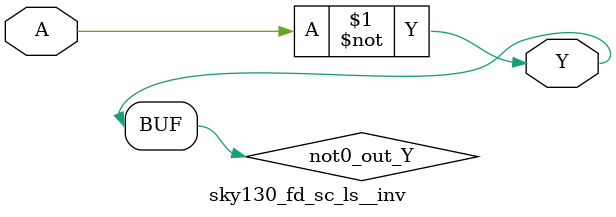
<source format=v>
/*
 * Copyright 2020 The SkyWater PDK Authors
 *
 * Licensed under the Apache License, Version 2.0 (the "License");
 * you may not use this file except in compliance with the License.
 * You may obtain a copy of the License at
 *
 *     https://www.apache.org/licenses/LICENSE-2.0
 *
 * Unless required by applicable law or agreed to in writing, software
 * distributed under the License is distributed on an "AS IS" BASIS,
 * WITHOUT WARRANTIES OR CONDITIONS OF ANY KIND, either express or implied.
 * See the License for the specific language governing permissions and
 * limitations under the License.
 *
 * SPDX-License-Identifier: Apache-2.0
*/


`ifndef SKY130_FD_SC_LS__INV_FUNCTIONAL_V
`define SKY130_FD_SC_LS__INV_FUNCTIONAL_V

/**
 * inv: Inverter.
 *
 * Verilog simulation functional model.
 */

`timescale 1ns / 1ps
`default_nettype none

`celldefine
module sky130_fd_sc_ls__inv (
    Y,
    A
);

    // Module ports
    output Y;
    input  A;

    // Local signals
    wire not0_out_Y;

    //  Name  Output      Other arguments
    not not0 (not0_out_Y, A              );
    buf buf0 (Y         , not0_out_Y     );

endmodule
`endcelldefine

`default_nettype wire
`endif  // SKY130_FD_SC_LS__INV_FUNCTIONAL_V

</source>
